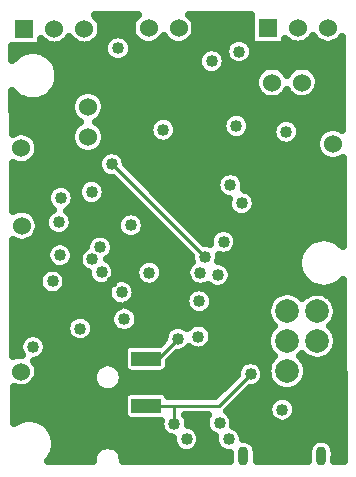
<source format=gbr>
G04 DipTrace 3.3.1.3*
G04 Bottom.gbr*
%MOIN*%
G04 #@! TF.FileFunction,Copper,L4,Bot*
G04 #@! TF.Part,Single*
%AMOUTLINE9*
4,1,4,
0.049213,0.023622,
0.049213,-0.023622,
-0.049213,-0.023622,
-0.049213,0.023622,
0.049213,0.023622,
0*%
%AMOUTLINE10*
4,1,4,
-0.049213,-0.023622,
-0.049213,0.023622,
0.049213,0.023622,
0.049213,-0.023622,
-0.049213,-0.023622,
0*%
G04 #@! TA.AperFunction,Conductor*
%ADD10C,0.009843*%
G04 #@! TA.AperFunction,ViaPad*
%ADD15C,0.04*%
G04 #@! TA.AperFunction,CopperBalancing*
%ADD18C,0.025*%
G04 #@! TA.AperFunction,ComponentPad*
%ADD19R,0.06X0.06*%
%ADD20C,0.06*%
%ADD30C,0.07874*%
%ADD36O,0.035433X0.062992*%
%ADD79OUTLINE9*%
%ADD80OUTLINE10*%
%FSLAX26Y26*%
G04*
G70*
G90*
G75*
G01*
G04 Bottom*
%LPD*%
X883945Y624562D2*
D10*
X977624D1*
X1126661D1*
X1231464Y729365D1*
X977624Y564742D2*
Y624562D1*
X883945Y506452D2*
X802176D1*
X782224Y526405D1*
X628040Y825350D2*
Y680588D1*
X782224Y526405D1*
X883945Y782043D2*
X924159D1*
X990044Y847927D1*
X768504Y1430125D2*
X769438Y1431058D1*
X1079697Y1120798D1*
D15*
X1141493Y1171112D3*
X734936Y1069873D3*
X596441Y1127317D3*
X592556Y1236440D3*
X990044Y847927D3*
X1122222Y1060276D3*
X990044Y847927D3*
X663662Y882224D3*
X894247Y1068376D3*
X730060Y1152759D3*
X571569Y1039275D3*
X940961Y1544386D3*
X801876Y1003163D3*
X1202535Y1299792D3*
X1184077Y1557368D3*
X1060445Y973170D3*
X810545Y913193D3*
X768504Y1430125D3*
X1079697Y1120798D3*
X789701Y1816054D3*
X702187Y1337144D3*
X1193529Y1805510D3*
X1159645Y514100D3*
X1018216D3*
X1337621Y611970D3*
X1128228Y568003D3*
X1064375Y1068170D3*
X599254Y1317634D3*
X768810Y1036218D3*
X915378Y1137951D3*
X1177705Y828397D3*
X1231464Y729365D3*
X782224Y526405D3*
X507035Y820890D3*
X832856Y1226338D3*
X704691Y1112682D3*
X996968Y1684810D3*
X682342Y1419672D3*
X1350764Y1537920D3*
X1101957Y1773277D3*
X1380666Y1204141D3*
X1164016Y1360335D3*
X977624Y564742D3*
X1057829Y855380D3*
X731787Y1905330D2*
D18*
X836880D1*
X1046025D2*
X1230780D1*
X736954Y1880461D2*
X832538D1*
X1050367D2*
X1230780D1*
X730567Y1855592D2*
X762743D1*
X816653D2*
X839786D1*
X1043118D2*
X1230780D1*
X536972Y1830724D2*
X551170D1*
X604757D2*
X651179D1*
X704766D2*
X743078D1*
X836318D2*
X868637D1*
X914258D2*
X968646D1*
X1014267D2*
X1151979D1*
X1348744D2*
X1371016D1*
X1408527D2*
X1471025D1*
X1508536D2*
X1534217D1*
X439726Y1805855D2*
X475957D1*
X535823D2*
X741858D1*
X837574D2*
X1066287D1*
X1242527D2*
X1534325D1*
X572928Y1780986D2*
X756678D1*
X822717D2*
X1053620D1*
X1235529D2*
X1534432D1*
X587999Y1756117D2*
X1056240D1*
X1147649D2*
X1283207D1*
X1322189D2*
X1383216D1*
X1422163D2*
X1534504D1*
X593705Y1731249D2*
X1079600D1*
X1124324D2*
X1251701D1*
X1453669D2*
X1534612D1*
X591910Y1706380D2*
X1243842D1*
X1461528D2*
X1534684D1*
X582150Y1681511D2*
X1247646D1*
X1457724D2*
X1534791D1*
X560045Y1656642D2*
X643500D1*
X734909D2*
X1266844D1*
X1338553D2*
X1366853D1*
X1438526D2*
X1534899D1*
X440443Y1631773D2*
X631407D1*
X747002D2*
X1534971D1*
X440515Y1606905D2*
X631802D1*
X746607D2*
X1535078D1*
X440623Y1582036D2*
X645079D1*
X733330D2*
X911196D1*
X970740D2*
X1142182D1*
X1225984D2*
X1333589D1*
X1367942D2*
X1535186D1*
X440730Y1557167D2*
X643966D1*
X734442D2*
X893756D1*
X988144D2*
X1135077D1*
X1233053D2*
X1305958D1*
X1395573D2*
X1535258D1*
X497320Y1532298D2*
X631514D1*
X746894D2*
X893577D1*
X988359D2*
X1142433D1*
X1225733D2*
X1302118D1*
X1399412D2*
X1459793D1*
X520250Y1507430D2*
X631694D1*
X746715D2*
X910263D1*
X971673D2*
X1313170D1*
X1388360D2*
X1448884D1*
X525632Y1482561D2*
X644612D1*
X733796D2*
X1450140D1*
X519460Y1457692D2*
X728581D1*
X808436D2*
X1464745D1*
X494413Y1432823D2*
X719610D1*
X817407D2*
X1535724D1*
X441304Y1407955D2*
X725136D1*
X839475D2*
X1535832D1*
X441412Y1383086D2*
X692589D1*
X711805D2*
X770494D1*
X864343D2*
X1120975D1*
X1207073D2*
X1535904D1*
X441520Y1358217D2*
X574064D1*
X624421D2*
X658248D1*
X746141D2*
X795362D1*
X889211D2*
X1115090D1*
X1212958D2*
X1536011D1*
X441627Y1333348D2*
X553000D1*
X751021D2*
X820229D1*
X914079D2*
X1123666D1*
X1237216D2*
X1536119D1*
X441699Y1308480D2*
X551170D1*
X647316D2*
X663093D1*
X741296D2*
X845097D1*
X938946D2*
X1154347D1*
X1250708D2*
X1536191D1*
X441807Y1283611D2*
X565057D1*
X633428D2*
X869965D1*
X963814D2*
X1156464D1*
X1248627D2*
X1536298D1*
X517020Y1258742D2*
X549268D1*
X635833D2*
X797012D1*
X868685D2*
X894833D1*
X988682D2*
X1178210D1*
X1226845D2*
X1536370D1*
X527427Y1233873D2*
X543634D1*
X641466D2*
X784489D1*
X881245D2*
X919700D1*
X1013550D2*
X1536478D1*
X525776Y1209004D2*
X552533D1*
X632603D2*
X787216D1*
X878482D2*
X944568D1*
X1038417D2*
X1112075D1*
X1170938D2*
X1536585D1*
X510561Y1184136D2*
X693271D1*
X766882D2*
X810864D1*
X854870D2*
X969436D1*
X1063285D2*
X1094349D1*
X1188629D2*
X1455236D1*
X1496048D2*
X1536657D1*
X442309Y1159267D2*
X560177D1*
X632711D2*
X681537D1*
X778580D2*
X994304D1*
X1188951D2*
X1410991D1*
X442417Y1134398D2*
X548012D1*
X644875D2*
X661083D1*
X775279D2*
X1019171D1*
X1172517D2*
X1394592D1*
X442489Y1109529D2*
X550990D1*
X641897D2*
X655808D1*
X761714D2*
X870108D1*
X918385D2*
X1032090D1*
X1127302D2*
X1388061D1*
X442596Y1084661D2*
X558993D1*
X617424D2*
X665102D1*
X781522D2*
X848219D1*
X940274D2*
X1018418D1*
X1164299D2*
X1389066D1*
X442704Y1059792D2*
X527343D1*
X615773D2*
X687063D1*
X782814D2*
X846066D1*
X942427D2*
X1016157D1*
X1171225D2*
X1397893D1*
X442812Y1034923D2*
X522785D1*
X620367D2*
X701776D1*
X838327D2*
X859451D1*
X929042D2*
X1029362D1*
X1163689D2*
X1418203D1*
X442919Y1010054D2*
X532905D1*
X610211D2*
X753413D1*
X850348D2*
X1029649D1*
X1091239D2*
X1537303D1*
X442991Y985186D2*
X756499D1*
X847262D2*
X1013035D1*
X1107853D2*
X1302908D1*
X1503225D2*
X1537411D1*
X443099Y960317D2*
X781331D1*
X822430D2*
X1013250D1*
X1107638D2*
X1288303D1*
X1518261D2*
X1537518D1*
X443206Y935448D2*
X767228D1*
X853865D2*
X1030762D1*
X1090126D2*
X1285360D1*
X1521526D2*
X1537590D1*
X443314Y910579D2*
X624338D1*
X703008D2*
X761631D1*
X859463D2*
X1292214D1*
X1514959D2*
X1537698D1*
X443386Y885710D2*
X614792D1*
X712517D2*
X770566D1*
X850528D2*
X960465D1*
X1095545D2*
X1302010D1*
X1504661D2*
X1537770D1*
X443493Y860842D2*
X480765D1*
X533312D2*
X619888D1*
X707457D2*
X942882D1*
X1106490D2*
X1287513D1*
X1519194D2*
X1537877D1*
X443601Y835973D2*
X460562D1*
X553514D2*
X656454D1*
X670887D2*
X931183D1*
X1102578D2*
X1284607D1*
X1522100D2*
X1537985D1*
X443709Y811104D2*
X459091D1*
X554986D2*
X806306D1*
X1020906D2*
X1041168D1*
X1074517D2*
X1291532D1*
X1515175D2*
X1538057D1*
X540524Y786235D2*
X805732D1*
X975261D2*
X1303769D1*
X1493214D2*
X1538164D1*
X520716Y761367D2*
X726643D1*
X785326D2*
X805732D1*
X962163D2*
X1195255D1*
X1267681D2*
X1288482D1*
X1418251D2*
X1538236D1*
X525453Y736498D2*
X706512D1*
X950537D2*
X1183019D1*
X1421625D2*
X1538344D1*
X518599Y711629D2*
X703929D1*
X808041D2*
X1166799D1*
X1276940D2*
X1291532D1*
X1415201D2*
X1538451D1*
X491363Y686760D2*
X715160D1*
X796809D2*
X1141931D1*
X1252574D2*
X1312417D1*
X1394317D2*
X1538523D1*
X444283Y661892D2*
X809572D1*
X958324D2*
X1117063D1*
X1210913D2*
X1538631D1*
X444391Y637023D2*
X805732D1*
X1186045D2*
X1295946D1*
X1379281D2*
X1538738D1*
X444498Y612154D2*
X805732D1*
X1161177D2*
X1288626D1*
X1386602D2*
X1538810D1*
X444570Y587285D2*
X809536D1*
X1020798D2*
X1083440D1*
X1173019D2*
X1295731D1*
X1379532D2*
X1538918D1*
X553694Y562417D2*
X928707D1*
X1026540D2*
X1079564D1*
X1176894D2*
X1538990D1*
X573035Y537548D2*
X937427D1*
X1060845D2*
X1090617D1*
X1202300D2*
X1539097D1*
X581325Y512679D2*
X969256D1*
X1067196D2*
X1110676D1*
X1223652D2*
X1451540D1*
X1483022D2*
X1539205D1*
X581863Y487810D2*
X730160D1*
X781810D2*
X977366D1*
X1059051D2*
X1118786D1*
X1250744D2*
X1424088D1*
X1510438D2*
X1539277D1*
X574830Y462941D2*
X707338D1*
X804668D2*
X1160806D1*
X1254225D2*
X1420572D1*
X1513990D2*
X1539384D1*
X712009Y1926769D2*
X717920Y1921666D1*
X723677Y1914926D1*
X728308Y1907368D1*
X731700Y1899179D1*
X733770Y1890559D1*
X734465Y1881722D1*
X733770Y1872885D1*
X731700Y1864266D1*
X728308Y1856077D1*
X723677Y1848519D1*
X717920Y1841778D1*
X711179Y1836021D1*
X703621Y1831390D1*
X695432Y1827998D1*
X686812Y1825928D1*
X677976Y1825233D1*
X669139Y1825928D1*
X660519Y1827998D1*
X652330Y1831390D1*
X644772Y1836021D1*
X638031Y1841778D1*
X632275Y1848519D1*
X627961Y1855457D1*
X623677Y1848519D1*
X617920Y1841778D1*
X611179Y1836021D1*
X603621Y1831390D1*
X595432Y1827998D1*
X586812Y1825928D1*
X577976Y1825233D1*
X569139Y1825928D1*
X560519Y1827998D1*
X552330Y1831390D1*
X544772Y1836021D1*
X538031Y1841778D1*
X534465Y1845666D1*
Y1825233D1*
X437183D1*
X437351Y1776061D1*
X445395Y1785318D1*
X450327Y1789877D1*
X455602Y1794036D1*
X461187Y1797767D1*
X467047Y1801049D1*
X473147Y1803862D1*
X479449Y1806186D1*
X485914Y1808010D1*
X492502Y1809320D1*
X499172Y1810110D1*
X505884Y1810373D1*
X512595Y1810110D1*
X519266Y1809320D1*
X525854Y1808010D1*
X532318Y1806186D1*
X538620Y1803862D1*
X544720Y1801049D1*
X550581Y1797767D1*
X556166Y1794036D1*
X561441Y1789877D1*
X566373Y1785318D1*
X570932Y1780385D1*
X575091Y1775110D1*
X578823Y1769526D1*
X582105Y1763665D1*
X584917Y1757565D1*
X587241Y1751263D1*
X589065Y1744799D1*
X590375Y1738211D1*
X591165Y1731540D1*
X591428Y1724829D1*
X591165Y1718117D1*
X590375Y1711446D1*
X589065Y1704859D1*
X587241Y1698394D1*
X584917Y1692092D1*
X582105Y1685992D1*
X578823Y1680132D1*
X575091Y1674547D1*
X570932Y1669272D1*
X566373Y1664339D1*
X561441Y1659780D1*
X556166Y1655622D1*
X550581Y1651890D1*
X544720Y1648608D1*
X538620Y1645796D1*
X532318Y1643471D1*
X525854Y1641648D1*
X519266Y1640337D1*
X512595Y1639548D1*
X505884Y1639284D1*
X499172Y1639548D1*
X492502Y1640337D1*
X485914Y1641648D1*
X479449Y1643471D1*
X473147Y1645796D1*
X467047Y1648608D1*
X461187Y1651890D1*
X455602Y1655622D1*
X450327Y1659780D1*
X445395Y1664339D1*
X437765Y1673166D1*
X438320Y1532171D1*
X445023Y1535526D1*
X453454Y1538265D1*
X462209Y1539652D1*
X471073D1*
X479828Y1538265D1*
X488259Y1535526D1*
X496157Y1531502D1*
X503328Y1526291D1*
X509596Y1520023D1*
X514806Y1512852D1*
X518830Y1504954D1*
X521570Y1496524D1*
X522956Y1487769D1*
Y1478904D1*
X521570Y1470149D1*
X518830Y1461719D1*
X514806Y1453821D1*
X509596Y1446649D1*
X503328Y1440382D1*
X496157Y1435171D1*
X488259Y1431147D1*
X479828Y1428408D1*
X471073Y1427021D1*
X462209D1*
X453454Y1428408D1*
X445023Y1431147D1*
X438713Y1434282D1*
X439355Y1273112D1*
X447522Y1277274D1*
X455952Y1280013D1*
X464708Y1281400D1*
X473572D1*
X482327Y1280013D1*
X490757Y1277274D1*
X498655Y1273250D1*
X505827Y1268039D1*
X512095Y1261772D1*
X517305Y1254600D1*
X521329Y1246702D1*
X524068Y1238272D1*
X525455Y1229517D1*
Y1220652D1*
X524068Y1211897D1*
X521329Y1203467D1*
X517305Y1195569D1*
X512095Y1188398D1*
X505827Y1182130D1*
X498655Y1176919D1*
X490757Y1172895D1*
X482327Y1170156D1*
X473572Y1168769D1*
X464708D1*
X455952Y1170156D1*
X447522Y1172895D1*
X439730Y1176860D1*
X441283Y789182D1*
X449048Y792367D1*
X457668Y794436D1*
X466504Y795132D1*
X468392Y795058D1*
X465612Y799784D1*
X462821Y806524D1*
X461118Y813618D1*
X460545Y820890D1*
X461118Y828163D1*
X462821Y835256D1*
X465612Y841996D1*
X469424Y848216D1*
X474162Y853763D1*
X479709Y858501D1*
X485929Y862313D1*
X492669Y865104D1*
X499762Y866807D1*
X507035Y867380D1*
X514307Y866807D1*
X521401Y865104D1*
X528140Y862313D1*
X534360Y858501D1*
X539908Y853763D1*
X544645Y848216D1*
X548457Y841996D1*
X551249Y835256D1*
X552952Y828163D1*
X553524Y820890D1*
X552952Y813618D1*
X551249Y806524D1*
X548457Y799784D1*
X544645Y793564D1*
X539908Y788017D1*
X534360Y783279D1*
X528140Y779468D1*
X521401Y776676D1*
X514307Y774973D1*
X510126Y774522D1*
X514670Y768158D1*
X518694Y760260D1*
X521433Y751829D1*
X522820Y743074D1*
Y734210D1*
X521433Y725455D1*
X518694Y717025D1*
X514670Y709127D1*
X509459Y701955D1*
X503191Y695687D1*
X496020Y690477D1*
X488122Y686453D1*
X479692Y683714D1*
X470937Y682327D1*
X462072D1*
X453317Y683714D1*
X444887Y686453D1*
X441693Y687925D1*
X442172Y566056D1*
X449783Y571303D1*
X455643Y574585D1*
X461743Y577397D1*
X468045Y579722D1*
X474510Y581545D1*
X481097Y582855D1*
X487768Y583645D1*
X494480Y583909D1*
X501191Y583645D1*
X507862Y582855D1*
X514450Y581545D1*
X520914Y579722D1*
X527216Y577397D1*
X533316Y574585D1*
X539176Y571303D1*
X544761Y567571D1*
X550036Y563413D1*
X554969Y558853D1*
X559528Y553921D1*
X563687Y548646D1*
X567418Y543061D1*
X570700Y537200D1*
X573512Y531101D1*
X575837Y524799D1*
X577661Y518334D1*
X578971Y511746D1*
X579760Y505076D1*
X580024Y498364D1*
X579760Y491652D1*
X578971Y484982D1*
X577661Y478394D1*
X575837Y471929D1*
X573512Y465628D1*
X570700Y459528D1*
X567418Y453667D1*
X563687Y448082D1*
X556625Y439667D1*
X705998Y439611D1*
X706036Y447392D1*
X707266Y455158D1*
X709696Y462637D1*
X713266Y469643D1*
X717888Y476005D1*
X723448Y481565D1*
X729809Y486187D1*
X736816Y489757D1*
X744294Y492187D1*
X752061Y493417D1*
X759924D1*
X767691Y492187D1*
X775170Y489757D1*
X782176Y486187D1*
X788537Y481565D1*
X794098Y476005D1*
X798720Y469643D1*
X802290Y462637D1*
X804720Y455158D1*
X805950Y447392D1*
X805952Y439574D1*
X1163457Y439602D1*
X1163292Y467754D1*
X1155997D1*
X1148792Y468895D1*
X1141854Y471150D1*
X1135354Y474461D1*
X1129452Y478749D1*
X1124294Y483908D1*
X1120006Y489810D1*
X1116694Y496310D1*
X1114440Y503248D1*
X1113299Y510453D1*
Y517748D1*
X1114187Y523680D1*
X1107122Y526581D1*
X1100902Y530392D1*
X1095355Y535130D1*
X1090617Y540677D1*
X1086805Y546897D1*
X1084013Y553637D1*
X1082310Y560731D1*
X1081738Y568003D1*
X1082310Y575276D1*
X1084013Y582369D1*
X1086805Y589109D1*
X1089167Y593159D1*
X1014451Y593151D1*
X1019046Y585848D1*
X1021838Y579108D1*
X1023541Y572015D1*
X1024113Y564742D1*
X1023868Y560231D1*
X1029069Y559305D1*
X1036007Y557051D1*
X1042506Y553739D1*
X1048408Y549451D1*
X1053567Y544293D1*
X1057855Y538391D1*
X1061166Y531891D1*
X1063421Y524953D1*
X1064562Y517748D1*
Y510453D1*
X1063421Y503248D1*
X1061166Y496310D1*
X1057855Y489810D1*
X1053567Y483908D1*
X1048408Y478749D1*
X1042506Y474461D1*
X1036007Y471150D1*
X1029069Y468895D1*
X1021863Y467754D1*
X1014568D1*
X1007363Y468895D1*
X1000425Y471150D1*
X993925Y474461D1*
X988023Y478749D1*
X982865Y483908D1*
X978577Y489810D1*
X975265Y496310D1*
X973011Y503248D1*
X971870Y510453D1*
Y517748D1*
X971972Y518612D1*
X966771Y519537D1*
X959833Y521791D1*
X953333Y525103D1*
X947431Y529391D1*
X942273Y534549D1*
X937985Y540451D1*
X934673Y546951D1*
X932419Y553889D1*
X931278Y561094D1*
Y568390D1*
X932194Y574462D1*
X832654Y574532D1*
X828549Y575183D1*
X824596Y576467D1*
X820892Y578354D1*
X817529Y580797D1*
X814590Y583737D1*
X812147Y587099D1*
X810260Y590803D1*
X808975Y594756D1*
X808325Y598862D1*
X808243Y648184D1*
X808569Y652328D1*
X809540Y656370D1*
X811130Y660210D1*
X813302Y663754D1*
X816002Y666915D1*
X819163Y669615D1*
X822707Y671787D1*
X826547Y673377D1*
X830589Y674348D1*
X834733Y674674D1*
X935236Y674592D1*
X939342Y673942D1*
X943295Y672657D1*
X946999Y670770D1*
X950362Y668327D1*
X953301Y665388D1*
X955744Y662025D1*
X957631Y658321D1*
X958353Y656362D1*
X975809Y655973D1*
X1113661D1*
X1185012Y727335D1*
X1185118Y733013D1*
X1186259Y740218D1*
X1188513Y747156D1*
X1191825Y753656D1*
X1196113Y759558D1*
X1201271Y764716D1*
X1207173Y769004D1*
X1213673Y772316D1*
X1220611Y774570D1*
X1227816Y775712D1*
X1235111D1*
X1242317Y774570D1*
X1249255Y772316D1*
X1255754Y769004D1*
X1261656Y764716D1*
X1266815Y759558D1*
X1271103Y753656D1*
X1274414Y747156D1*
X1276669Y740218D1*
X1277810Y733013D1*
Y725718D1*
X1276669Y718513D1*
X1274414Y711575D1*
X1271103Y705075D1*
X1266815Y699173D1*
X1261656Y694014D1*
X1255754Y689727D1*
X1249255Y686415D1*
X1242317Y684160D1*
X1235111Y683019D1*
X1229483Y682954D1*
X1153524Y607004D1*
X1158420Y603354D1*
X1163578Y598196D1*
X1167866Y592294D1*
X1171178Y585794D1*
X1173433Y578856D1*
X1174574Y571651D1*
Y564356D1*
X1173686Y558423D1*
X1180751Y555523D1*
X1186971Y551711D1*
X1192518Y546973D1*
X1197256Y541426D1*
X1201067Y535206D1*
X1203859Y528466D1*
X1205562Y521373D1*
X1206107Y514798D1*
X1210995Y514699D1*
X1217846Y513614D1*
X1224444Y511470D1*
X1230624Y508321D1*
X1236236Y504244D1*
X1241141Y499339D1*
X1245219Y493727D1*
X1248368Y487546D1*
X1250511Y480949D1*
X1251597Y474097D1*
X1251733Y443070D1*
X1251582Y439481D1*
X1423197Y439476D1*
X1423061Y470503D1*
X1423605Y477418D1*
X1425224Y484164D1*
X1427879Y490572D1*
X1431503Y496487D1*
X1436009Y501762D1*
X1441283Y506267D1*
X1447198Y509891D1*
X1453607Y512546D1*
X1460352Y514165D1*
X1467267Y514709D1*
X1474182Y514165D1*
X1480927Y512546D1*
X1487336Y509891D1*
X1493251Y506267D1*
X1498525Y501762D1*
X1503030Y496487D1*
X1506655Y490572D1*
X1509309Y484164D1*
X1510929Y477418D1*
X1511473Y470503D1*
X1511329Y439408D1*
X1541956Y439398D1*
X1539692Y1043800D1*
X1531198Y1035440D1*
X1525923Y1031282D1*
X1520338Y1027550D1*
X1514477Y1024268D1*
X1508377Y1021456D1*
X1502076Y1019131D1*
X1495611Y1017308D1*
X1489023Y1015997D1*
X1482353Y1015208D1*
X1475641Y1014944D1*
X1468929Y1015208D1*
X1462259Y1015997D1*
X1455671Y1017308D1*
X1449206Y1019131D1*
X1442904Y1021456D1*
X1436805Y1024268D1*
X1430944Y1027550D1*
X1425359Y1031282D1*
X1420084Y1035440D1*
X1415152Y1040000D1*
X1410592Y1044932D1*
X1406434Y1050207D1*
X1402702Y1055792D1*
X1399420Y1061652D1*
X1396608Y1067752D1*
X1394283Y1074054D1*
X1392460Y1080519D1*
X1391150Y1087107D1*
X1390360Y1093777D1*
X1390096Y1100489D1*
X1390360Y1107200D1*
X1391150Y1113871D1*
X1392460Y1120459D1*
X1394283Y1126923D1*
X1396608Y1133225D1*
X1399420Y1139325D1*
X1402702Y1145186D1*
X1406434Y1150771D1*
X1410592Y1156046D1*
X1415152Y1160978D1*
X1420084Y1165537D1*
X1425359Y1169696D1*
X1430944Y1173427D1*
X1436805Y1176710D1*
X1442904Y1179522D1*
X1449206Y1181846D1*
X1455671Y1183670D1*
X1462259Y1184980D1*
X1468929Y1185770D1*
X1475641Y1186033D1*
X1482353Y1185770D1*
X1489023Y1184980D1*
X1495611Y1183670D1*
X1502076Y1181846D1*
X1508377Y1179522D1*
X1514477Y1176710D1*
X1520338Y1173427D1*
X1525923Y1169696D1*
X1531198Y1165537D1*
X1539247Y1157606D1*
X1538162Y1450652D1*
X1532676Y1447461D1*
X1524487Y1444068D1*
X1515868Y1441999D1*
X1507031Y1441304D1*
X1498194Y1441999D1*
X1489574Y1444068D1*
X1481385Y1447461D1*
X1473827Y1452092D1*
X1467087Y1457849D1*
X1461330Y1464589D1*
X1456698Y1472147D1*
X1453306Y1480337D1*
X1451237Y1488956D1*
X1450541Y1497793D1*
X1451237Y1506630D1*
X1453306Y1515249D1*
X1456698Y1523439D1*
X1461330Y1530997D1*
X1467087Y1537737D1*
X1473827Y1543494D1*
X1481385Y1548126D1*
X1489574Y1551518D1*
X1498194Y1553587D1*
X1507031Y1554283D1*
X1515868Y1553587D1*
X1524487Y1551518D1*
X1532676Y1548126D1*
X1537800Y1545121D1*
X1536649Y1853341D1*
X1532719Y1848136D1*
X1526451Y1841868D1*
X1519280Y1836658D1*
X1511382Y1832634D1*
X1502952Y1829895D1*
X1494196Y1828508D1*
X1485332D1*
X1476577Y1829895D1*
X1468147Y1832634D1*
X1460249Y1836658D1*
X1453077Y1841868D1*
X1446809Y1848136D1*
X1441599Y1855308D1*
X1439779Y1858558D1*
X1435465Y1851620D1*
X1429708Y1844879D1*
X1422968Y1839122D1*
X1415410Y1834491D1*
X1407221Y1831099D1*
X1398601Y1829029D1*
X1389764Y1828334D1*
X1380927Y1829029D1*
X1372308Y1831099D1*
X1364119Y1834491D1*
X1356561Y1839122D1*
X1349820Y1844879D1*
X1346262Y1848830D1*
X1346254Y1828334D1*
X1234036D1*
X1236480Y1823300D1*
X1238734Y1816362D1*
X1239876Y1809157D1*
Y1801862D1*
X1238734Y1794657D1*
X1236480Y1787719D1*
X1233168Y1781219D1*
X1228880Y1775317D1*
X1223722Y1770159D1*
X1217820Y1765871D1*
X1211320Y1762559D1*
X1204382Y1760305D1*
X1197177Y1759164D1*
X1189882D1*
X1182677Y1760305D1*
X1175739Y1762559D1*
X1169239Y1765871D1*
X1163337Y1770159D1*
X1158179Y1775317D1*
X1153891Y1781219D1*
X1150579Y1787719D1*
X1148324Y1794657D1*
X1147183Y1801862D1*
Y1809157D1*
X1148324Y1816362D1*
X1150579Y1823300D1*
X1153891Y1829800D1*
X1158179Y1835702D1*
X1163337Y1840861D1*
X1169239Y1845149D1*
X1175739Y1848460D1*
X1182677Y1850715D1*
X1189882Y1851856D1*
X1197177D1*
X1204382Y1850715D1*
X1211320Y1848460D1*
X1217820Y1845149D1*
X1223722Y1840861D1*
X1228880Y1835702D1*
X1233275Y1829590D1*
Y1928917D1*
X1026072Y1928060D1*
X1031396Y1923376D1*
X1037153Y1916636D1*
X1041784Y1909078D1*
X1045177Y1900888D1*
X1047246Y1892269D1*
X1047941Y1883432D1*
X1047246Y1874595D1*
X1045177Y1865976D1*
X1041784Y1857787D1*
X1037153Y1850229D1*
X1031396Y1843488D1*
X1024656Y1837731D1*
X1017098Y1833100D1*
X1008908Y1829708D1*
X1000289Y1827638D1*
X991452Y1826943D1*
X982615Y1827638D1*
X973996Y1829708D1*
X965806Y1833100D1*
X958248Y1837731D1*
X951508Y1843488D1*
X945751Y1850229D1*
X941467Y1857167D1*
X937153Y1850229D1*
X931396Y1843488D1*
X924656Y1837731D1*
X917098Y1833100D1*
X908908Y1829708D1*
X900289Y1827638D1*
X891452Y1826943D1*
X882615Y1827638D1*
X873996Y1829708D1*
X865806Y1833100D1*
X858248Y1837731D1*
X851508Y1843488D1*
X845751Y1850229D1*
X841119Y1857787D1*
X837727Y1865976D1*
X835658Y1874595D1*
X834962Y1883432D1*
X835658Y1892269D1*
X837727Y1900888D1*
X841119Y1909078D1*
X845751Y1916636D1*
X851508Y1923376D1*
X856003Y1927363D1*
X712088Y1926776D1*
X808244Y634475D2*
Y607090D1*
X959648Y773118D2*
X959566Y756342D1*
X958916Y752237D1*
X957631Y748283D1*
X955744Y744580D1*
X953301Y741217D1*
X950362Y738278D1*
X946999Y735834D1*
X943295Y733947D1*
X939342Y732663D1*
X935236Y732013D1*
X834733Y731931D1*
X830589Y732257D1*
X826547Y733227D1*
X822707Y734818D1*
X819163Y736990D1*
X816002Y739689D1*
X813302Y742850D1*
X811130Y746394D1*
X809540Y750235D1*
X808569Y754277D1*
X808243Y758420D1*
X808325Y807743D1*
X808975Y811848D1*
X810260Y815802D1*
X812147Y819505D1*
X814590Y822868D1*
X817529Y825807D1*
X820892Y828251D1*
X824596Y830138D1*
X828549Y831422D1*
X832654Y832073D1*
X929852Y832154D1*
X943587Y845892D1*
X943698Y851575D1*
X944839Y858780D1*
X947093Y865718D1*
X950405Y872218D1*
X954693Y878120D1*
X959851Y883278D1*
X965753Y887566D1*
X972253Y890878D1*
X979191Y893132D1*
X986396Y894273D1*
X993691D1*
X1000897Y893132D1*
X1007835Y890878D1*
X1014335Y887566D1*
X1020477Y883055D1*
X1024956Y888253D1*
X1030503Y892991D1*
X1036723Y896802D1*
X1043463Y899594D1*
X1050556Y901297D1*
X1057829Y901869D1*
X1065101Y901297D1*
X1072195Y899594D1*
X1078934Y896802D1*
X1085154Y892991D1*
X1090702Y888253D1*
X1095439Y882706D1*
X1099251Y876486D1*
X1102043Y869746D1*
X1103746Y862652D1*
X1104318Y855380D1*
X1103746Y848107D1*
X1102043Y841014D1*
X1099251Y834274D1*
X1095439Y828054D1*
X1090702Y822507D1*
X1085154Y817769D1*
X1078934Y813957D1*
X1072195Y811166D1*
X1065101Y809463D1*
X1057829Y808890D1*
X1050556Y809463D1*
X1043463Y811166D1*
X1036723Y813957D1*
X1030503Y817769D1*
X1027395Y820252D1*
X1022917Y815054D1*
X1017370Y810316D1*
X1011150Y806505D1*
X1004410Y803713D1*
X997316Y802010D1*
X990044Y801438D1*
X988063Y801515D1*
X959654Y773116D1*
X959647Y764554D1*
X808244Y791956D2*
Y764570D1*
X805950Y715119D2*
X804720Y707352D1*
X802290Y699874D1*
X798720Y692867D1*
X794098Y686506D1*
X788537Y680945D1*
X782176Y676323D1*
X775170Y672753D1*
X767691Y670323D1*
X759924Y669093D1*
X752061D1*
X744294Y670323D1*
X736816Y672753D1*
X729809Y676323D1*
X723448Y680945D1*
X717888Y686506D1*
X713266Y692867D1*
X709696Y699874D1*
X707266Y707352D1*
X706036Y715119D1*
Y722982D1*
X707266Y730749D1*
X709696Y738227D1*
X713266Y745234D1*
X717888Y751595D1*
X723448Y757156D1*
X729809Y761778D1*
X736816Y765347D1*
X744294Y767777D1*
X752061Y769007D1*
X759924D1*
X767691Y767777D1*
X775170Y765347D1*
X782176Y761778D1*
X788537Y757156D1*
X794098Y751595D1*
X798720Y745234D1*
X802290Y738227D1*
X804720Y730749D1*
X805950Y722982D1*
Y715119D1*
X1459006Y1697809D2*
X1457620Y1689053D1*
X1454880Y1680623D1*
X1450856Y1672725D1*
X1445646Y1665554D1*
X1439378Y1659286D1*
X1432206Y1654075D1*
X1424308Y1650051D1*
X1415878Y1647312D1*
X1407123Y1645925D1*
X1398259D1*
X1389504Y1647312D1*
X1381073Y1650051D1*
X1373175Y1654075D1*
X1366004Y1659286D1*
X1359736Y1665554D1*
X1354526Y1672725D1*
X1352705Y1675975D1*
X1348392Y1669037D1*
X1342635Y1662297D1*
X1335895Y1656540D1*
X1328337Y1651908D1*
X1320147Y1648516D1*
X1311528Y1646447D1*
X1302691Y1645751D1*
X1293854Y1646447D1*
X1285235Y1648516D1*
X1277045Y1651908D1*
X1269487Y1656540D1*
X1262747Y1662297D1*
X1256990Y1669037D1*
X1252358Y1676595D1*
X1248966Y1684784D1*
X1246897Y1693404D1*
X1246201Y1702241D1*
X1246897Y1711078D1*
X1248966Y1719697D1*
X1252358Y1727886D1*
X1256990Y1735444D1*
X1262747Y1742185D1*
X1269487Y1747942D1*
X1277045Y1752573D1*
X1285235Y1755965D1*
X1293854Y1758035D1*
X1302691Y1758730D1*
X1311528Y1758035D1*
X1320147Y1755965D1*
X1328337Y1752573D1*
X1335895Y1747942D1*
X1342635Y1742185D1*
X1348392Y1735444D1*
X1352676Y1728506D1*
X1356990Y1735444D1*
X1362747Y1742185D1*
X1369487Y1747942D1*
X1377045Y1752573D1*
X1385235Y1755965D1*
X1393854Y1758035D1*
X1402691Y1758730D1*
X1411528Y1758035D1*
X1420147Y1755965D1*
X1428337Y1752573D1*
X1435895Y1747942D1*
X1442635Y1742185D1*
X1448392Y1735444D1*
X1453023Y1727886D1*
X1456416Y1719697D1*
X1458485Y1711078D1*
X1459180Y1702241D1*
X1459006Y1697809D1*
X745519Y1615803D2*
X744133Y1607048D1*
X741393Y1598618D1*
X737369Y1590720D1*
X732159Y1583548D1*
X725891Y1577280D1*
X718720Y1572070D1*
X715469Y1570250D1*
X722408Y1565936D1*
X729148Y1560180D1*
X734905Y1553439D1*
X739536Y1545881D1*
X742929Y1537692D1*
X744998Y1529072D1*
X745693Y1520235D1*
X744998Y1511399D1*
X742929Y1502779D1*
X739536Y1494590D1*
X734905Y1487032D1*
X729148Y1480291D1*
X722408Y1474534D1*
X714850Y1469903D1*
X706660Y1466511D1*
X698041Y1464441D1*
X689204Y1463746D1*
X680367Y1464441D1*
X671748Y1466511D1*
X663558Y1469903D1*
X656000Y1474534D1*
X649260Y1480291D1*
X643503Y1487032D1*
X638871Y1494590D1*
X635479Y1502779D1*
X633410Y1511399D1*
X632714Y1520235D1*
X633410Y1529072D1*
X635479Y1537692D1*
X638871Y1545881D1*
X643503Y1553439D1*
X649260Y1560180D1*
X656000Y1565936D1*
X662938Y1570221D1*
X656000Y1574534D1*
X649260Y1580291D1*
X643503Y1587032D1*
X638871Y1594590D1*
X635479Y1602779D1*
X633410Y1611399D1*
X632714Y1620235D1*
X633410Y1629072D1*
X635479Y1637692D1*
X638871Y1645881D1*
X643503Y1653439D1*
X649260Y1660180D1*
X656000Y1665936D1*
X663558Y1670568D1*
X671748Y1673960D1*
X680367Y1676029D1*
X689204Y1676725D1*
X698041Y1676029D1*
X706660Y1673960D1*
X714850Y1670568D1*
X722408Y1665936D1*
X729148Y1660180D1*
X734905Y1653439D1*
X739536Y1645881D1*
X742929Y1637692D1*
X744998Y1629072D1*
X745693Y1620235D1*
X745519Y1615803D1*
X1518951Y934310D2*
X1517334Y924102D1*
X1514141Y914274D1*
X1509449Y905065D1*
X1503375Y896705D1*
X1497239Y890480D1*
X1504004Y883629D1*
X1510079Y875268D1*
X1514771Y866060D1*
X1517964Y856231D1*
X1519581Y846023D1*
Y835689D1*
X1517964Y825482D1*
X1514771Y815653D1*
X1510079Y806445D1*
X1504004Y798084D1*
X1496697Y790776D1*
X1488336Y784702D1*
X1479128Y780010D1*
X1469299Y776816D1*
X1459092Y775200D1*
X1448757D1*
X1438550Y776816D1*
X1428721Y780010D1*
X1419513Y784702D1*
X1411152Y790776D1*
X1403844Y798084D1*
X1403357Y798702D1*
X1399352Y794324D1*
X1395539Y790802D1*
X1399943Y786795D1*
X1406655Y778936D1*
X1412055Y770125D1*
X1416009Y760577D1*
X1418422Y750528D1*
X1419233Y740225D1*
X1418422Y729922D1*
X1416009Y719873D1*
X1412055Y710325D1*
X1406655Y701514D1*
X1399943Y693655D1*
X1392085Y686943D1*
X1383273Y681544D1*
X1373725Y677589D1*
X1363676Y675176D1*
X1353373Y674365D1*
X1343071Y675176D1*
X1333021Y677589D1*
X1323474Y681544D1*
X1314662Y686943D1*
X1306803Y693655D1*
X1300092Y701514D1*
X1294692Y710325D1*
X1290737Y719873D1*
X1288324Y729922D1*
X1287514Y740225D1*
X1288324Y750528D1*
X1290737Y760577D1*
X1294692Y770125D1*
X1300092Y778936D1*
X1306803Y786795D1*
X1310617Y790317D1*
X1306213Y794324D1*
X1299501Y802183D1*
X1294101Y810995D1*
X1290146Y820542D1*
X1287734Y830592D1*
X1286923Y840894D1*
X1287734Y851197D1*
X1290146Y861246D1*
X1294101Y870794D1*
X1299501Y879606D1*
X1306213Y887464D1*
X1309906Y890878D1*
X1303451Y897453D1*
X1297376Y905813D1*
X1292684Y915022D1*
X1289491Y924850D1*
X1287874Y935058D1*
Y945392D1*
X1289491Y955600D1*
X1292684Y965428D1*
X1297376Y974636D1*
X1303451Y982997D1*
X1310758Y990305D1*
X1319119Y996379D1*
X1328327Y1001071D1*
X1338156Y1004265D1*
X1348363Y1005881D1*
X1358698D1*
X1368905Y1004265D1*
X1378734Y1001071D1*
X1387942Y996379D1*
X1396303Y990305D1*
X1403723Y982855D1*
X1410522Y989557D1*
X1418883Y995631D1*
X1428091Y1000323D1*
X1437920Y1003517D1*
X1448127Y1005133D1*
X1458462D1*
X1468669Y1003517D1*
X1478498Y1000323D1*
X1487706Y995631D1*
X1496067Y989557D1*
X1503375Y982249D1*
X1509449Y973888D1*
X1514141Y964680D1*
X1517334Y954852D1*
X1518951Y944644D1*
Y934310D1*
X879202Y1222690D2*
X878061Y1215485D1*
X875807Y1208547D1*
X872495Y1202047D1*
X868207Y1196145D1*
X863049Y1190987D1*
X857147Y1186699D1*
X850647Y1183387D1*
X843709Y1181133D1*
X836504Y1179992D1*
X829209D1*
X822003Y1181133D1*
X815065Y1183387D1*
X808565Y1186699D1*
X802664Y1190987D1*
X797505Y1196145D1*
X793217Y1202047D1*
X789905Y1208547D1*
X787651Y1215485D1*
X786510Y1222690D1*
Y1229985D1*
X787651Y1237191D1*
X789905Y1244129D1*
X793217Y1250628D1*
X797505Y1256530D1*
X802664Y1261689D1*
X808565Y1265977D1*
X815065Y1269288D1*
X822003Y1271543D1*
X829209Y1272684D1*
X836504D1*
X843709Y1271543D1*
X850647Y1269288D1*
X857147Y1265977D1*
X863049Y1261689D1*
X868207Y1256530D1*
X872495Y1250628D1*
X875807Y1244129D1*
X878061Y1237191D1*
X879202Y1229985D1*
Y1222690D1*
X688465Y1069153D2*
X683585Y1071259D1*
X677365Y1075071D1*
X671818Y1079809D1*
X667080Y1085356D1*
X663268Y1091576D1*
X660477Y1098316D1*
X658774Y1105409D1*
X658201Y1112682D1*
X658774Y1119954D1*
X660477Y1127048D1*
X663268Y1133787D1*
X667080Y1140007D1*
X671818Y1145555D1*
X677365Y1150292D1*
X683598Y1154110D1*
X684142Y1160032D1*
X685845Y1167125D1*
X688637Y1173865D1*
X692449Y1180085D1*
X697187Y1185632D1*
X702734Y1190370D1*
X708954Y1194182D1*
X715694Y1196973D1*
X722787Y1198676D1*
X730060Y1199249D1*
X737332Y1198676D1*
X744426Y1196973D1*
X751165Y1194182D1*
X757385Y1190370D1*
X762933Y1185632D1*
X767670Y1180085D1*
X771482Y1173865D1*
X774274Y1167125D1*
X775977Y1160032D1*
X776549Y1152759D1*
X775977Y1145486D1*
X774274Y1138393D1*
X771482Y1131653D1*
X767670Y1125433D1*
X762933Y1119886D1*
X757385Y1115148D1*
X753343Y1112556D1*
X759227Y1109512D1*
X765129Y1105224D1*
X770287Y1100066D1*
X774575Y1094164D1*
X777887Y1087664D1*
X780141Y1080726D1*
X781282Y1073521D1*
Y1066226D1*
X780141Y1059020D1*
X777887Y1052082D1*
X774575Y1045583D1*
X770287Y1039681D1*
X765129Y1034522D1*
X759227Y1030234D1*
X752727Y1026923D1*
X745789Y1024668D1*
X738584Y1023527D1*
X731289D1*
X724083Y1024668D1*
X717145Y1026923D1*
X710646Y1030234D1*
X704744Y1034522D1*
X699585Y1039681D1*
X695297Y1045583D1*
X691986Y1052082D1*
X689731Y1059020D1*
X688590Y1066226D1*
X688476Y1069118D1*
X1397110Y1534273D2*
X1395969Y1527068D1*
X1393715Y1520130D1*
X1390403Y1513630D1*
X1386115Y1507728D1*
X1380957Y1502570D1*
X1375055Y1498282D1*
X1368555Y1494970D1*
X1361617Y1492715D1*
X1354412Y1491574D1*
X1347117D1*
X1339912Y1492715D1*
X1332974Y1494970D1*
X1326474Y1498282D1*
X1320572Y1502570D1*
X1315413Y1507728D1*
X1311125Y1513630D1*
X1307814Y1520130D1*
X1305559Y1527068D1*
X1304418Y1534273D1*
Y1541568D1*
X1305559Y1548773D1*
X1307814Y1555711D1*
X1311125Y1562211D1*
X1315413Y1568113D1*
X1320572Y1573271D1*
X1326474Y1577559D1*
X1332974Y1580871D1*
X1339912Y1583125D1*
X1347117Y1584267D1*
X1354412D1*
X1361617Y1583125D1*
X1368555Y1580871D1*
X1375055Y1577559D1*
X1380957Y1573271D1*
X1386115Y1568113D1*
X1390403Y1562211D1*
X1393715Y1555711D1*
X1395969Y1548773D1*
X1397110Y1541568D1*
Y1534273D1*
X1148303Y1769630D2*
X1147162Y1762425D1*
X1144908Y1755487D1*
X1141596Y1748987D1*
X1137308Y1743085D1*
X1132150Y1737927D1*
X1126248Y1733639D1*
X1119748Y1730327D1*
X1112810Y1728072D1*
X1105605Y1726931D1*
X1098310D1*
X1091104Y1728072D1*
X1084166Y1730327D1*
X1077667Y1733639D1*
X1071765Y1737927D1*
X1066606Y1743085D1*
X1062318Y1748987D1*
X1059007Y1755487D1*
X1056752Y1762425D1*
X1055611Y1769630D1*
Y1776925D1*
X1056752Y1784130D1*
X1059007Y1791068D1*
X1062318Y1797568D1*
X1066606Y1803470D1*
X1071765Y1808628D1*
X1077667Y1812916D1*
X1084166Y1816228D1*
X1091104Y1818482D1*
X1098310Y1819624D1*
X1105605D1*
X1112810Y1818482D1*
X1119748Y1816228D1*
X1126248Y1812916D1*
X1132150Y1808628D1*
X1137308Y1803470D1*
X1141596Y1797568D1*
X1144908Y1791068D1*
X1147162Y1784130D1*
X1148303Y1776925D1*
Y1769630D1*
X1210362Y1356688D2*
X1209221Y1349482D1*
X1208216Y1345929D1*
X1213387Y1344997D1*
X1220325Y1342743D1*
X1226825Y1339431D1*
X1232727Y1335143D1*
X1237886Y1329984D1*
X1242173Y1324083D1*
X1245485Y1317583D1*
X1247740Y1310645D1*
X1248881Y1303439D1*
Y1296144D1*
X1247740Y1288939D1*
X1245485Y1282001D1*
X1242173Y1275501D1*
X1237886Y1269599D1*
X1232727Y1264441D1*
X1226825Y1260153D1*
X1220325Y1256841D1*
X1213387Y1254587D1*
X1206182Y1253446D1*
X1198887D1*
X1191682Y1254587D1*
X1184744Y1256841D1*
X1178244Y1260153D1*
X1172342Y1264441D1*
X1167184Y1269599D1*
X1162896Y1275501D1*
X1159584Y1282001D1*
X1157330Y1288939D1*
X1156188Y1296144D1*
Y1303439D1*
X1157330Y1310645D1*
X1158335Y1314198D1*
X1153164Y1315130D1*
X1146226Y1317384D1*
X1139726Y1320696D1*
X1133824Y1324984D1*
X1128665Y1330143D1*
X1124377Y1336044D1*
X1121066Y1342544D1*
X1118811Y1349482D1*
X1117670Y1356688D1*
Y1363983D1*
X1118811Y1371188D1*
X1121066Y1378126D1*
X1124377Y1384626D1*
X1128665Y1390528D1*
X1133824Y1395686D1*
X1139726Y1399974D1*
X1146226Y1403286D1*
X1153164Y1405540D1*
X1160369Y1406681D1*
X1167664D1*
X1174869Y1405540D1*
X1181807Y1403286D1*
X1188307Y1399974D1*
X1194209Y1395686D1*
X1199367Y1390528D1*
X1203655Y1384626D1*
X1206967Y1378126D1*
X1209221Y1371188D1*
X1210362Y1363983D1*
Y1356688D1*
X1187839Y1167465D2*
X1186698Y1160259D1*
X1184443Y1153321D1*
X1181131Y1146821D1*
X1176844Y1140920D1*
X1171685Y1135761D1*
X1165783Y1131473D1*
X1159283Y1128161D1*
X1152345Y1125907D1*
X1145140Y1124766D1*
X1137845D1*
X1130640Y1125907D1*
X1125722Y1127416D1*
X1126187Y1120798D1*
X1125615Y1113526D1*
X1123993Y1106721D1*
X1129495Y1106193D1*
X1136588Y1104490D1*
X1143328Y1101699D1*
X1149548Y1097887D1*
X1155095Y1093149D1*
X1159833Y1087602D1*
X1163645Y1081382D1*
X1166436Y1074642D1*
X1168139Y1067549D1*
X1168712Y1060276D1*
X1168139Y1053004D1*
X1166436Y1045910D1*
X1163645Y1039170D1*
X1159833Y1032950D1*
X1155095Y1027403D1*
X1149548Y1022665D1*
X1143328Y1018854D1*
X1136588Y1016062D1*
X1129495Y1014359D1*
X1122222Y1013787D1*
X1114950Y1014359D1*
X1107856Y1016062D1*
X1101117Y1018854D1*
X1094896Y1022665D1*
X1089349Y1027403D1*
X1088430Y1028398D1*
X1082165Y1025219D1*
X1075227Y1022965D1*
X1068022Y1021824D1*
X1060727D1*
X1053522Y1022965D1*
X1046584Y1025219D1*
X1040084Y1028531D1*
X1034182Y1032819D1*
X1029024Y1037977D1*
X1024736Y1043879D1*
X1021424Y1050379D1*
X1019170Y1057317D1*
X1018028Y1064522D1*
Y1071817D1*
X1019170Y1079023D1*
X1021424Y1085961D1*
X1024736Y1092461D1*
X1029024Y1098362D1*
X1034182Y1103521D1*
X1035985Y1104942D1*
X1034492Y1109946D1*
X1033351Y1117151D1*
X1033286Y1122779D1*
X772152Y1383779D1*
X764857D1*
X757652Y1384920D1*
X750714Y1387174D1*
X744214Y1390486D1*
X738312Y1394774D1*
X733154Y1399933D1*
X728866Y1405834D1*
X725554Y1412334D1*
X723299Y1419272D1*
X722158Y1426478D1*
Y1433773D1*
X723299Y1440978D1*
X725554Y1447916D1*
X728866Y1454416D1*
X733154Y1460318D1*
X738312Y1465476D1*
X744214Y1469764D1*
X750714Y1473076D1*
X757652Y1475330D1*
X764857Y1476471D1*
X772152D1*
X779357Y1475330D1*
X786295Y1473076D1*
X792795Y1469764D1*
X798697Y1465476D1*
X803855Y1460318D1*
X808143Y1454416D1*
X811455Y1447916D1*
X813709Y1440978D1*
X814851Y1433773D1*
X814987Y1429940D1*
X1077689Y1167229D1*
X1083345Y1167145D1*
X1090550Y1166003D1*
X1095468Y1164494D1*
X1095003Y1171112D1*
X1095576Y1178385D1*
X1097279Y1185478D1*
X1100070Y1192218D1*
X1103882Y1198438D1*
X1108620Y1203985D1*
X1114167Y1208723D1*
X1120387Y1212535D1*
X1127127Y1215326D1*
X1134220Y1217029D1*
X1141493Y1217602D1*
X1148765Y1217029D1*
X1155859Y1215326D1*
X1162598Y1212535D1*
X1168818Y1208723D1*
X1174366Y1203985D1*
X1179103Y1198438D1*
X1182915Y1192218D1*
X1185707Y1185478D1*
X1187410Y1178385D1*
X1187982Y1171112D1*
X1187839Y1167465D1*
X642788Y1123669D2*
X641646Y1116464D1*
X639392Y1109526D1*
X636080Y1103026D1*
X631792Y1097124D1*
X626634Y1091966D1*
X620732Y1087678D1*
X614232Y1084366D1*
X607294Y1082112D1*
X600089Y1080971D1*
X592794D1*
X591930Y1081073D1*
X598895Y1076886D1*
X604442Y1072148D1*
X609180Y1066601D1*
X612991Y1060381D1*
X615783Y1053641D1*
X617486Y1046547D1*
X618058Y1039275D1*
X617486Y1032002D1*
X615783Y1024909D1*
X612991Y1018169D1*
X609180Y1011949D1*
X604442Y1006402D1*
X598895Y1001664D1*
X592675Y997852D1*
X585935Y995061D1*
X578841Y993358D1*
X571569Y992785D1*
X564296Y993358D1*
X557203Y995061D1*
X550463Y997852D1*
X544243Y1001664D1*
X538696Y1006402D1*
X533958Y1011949D1*
X530146Y1018169D1*
X527355Y1024909D1*
X525652Y1032002D1*
X525079Y1039275D1*
X525652Y1046547D1*
X527355Y1053641D1*
X530146Y1060381D1*
X533958Y1066601D1*
X538696Y1072148D1*
X544243Y1076886D1*
X550463Y1080697D1*
X557203Y1083489D1*
X564296Y1085192D1*
X571569Y1085764D1*
X576080Y1085519D1*
X569116Y1089706D1*
X563568Y1094444D1*
X558831Y1099991D1*
X555019Y1106211D1*
X552227Y1112951D1*
X550524Y1120044D1*
X549952Y1127317D1*
X550524Y1134589D1*
X552227Y1141683D1*
X555019Y1148423D1*
X558831Y1154643D1*
X563568Y1160190D1*
X569116Y1164928D1*
X575336Y1168739D1*
X582075Y1171531D1*
X589169Y1173234D1*
X596441Y1173806D1*
X603714Y1173234D1*
X610808Y1171531D1*
X617547Y1168739D1*
X623767Y1164928D1*
X629315Y1160190D1*
X634052Y1154643D1*
X637864Y1148423D1*
X640656Y1141683D1*
X642359Y1134589D1*
X642931Y1127317D1*
X642788Y1123669D1*
X638902Y1232793D2*
X637761Y1225587D1*
X635506Y1218649D1*
X632194Y1212149D1*
X627907Y1206248D1*
X622748Y1201089D1*
X616846Y1196801D1*
X610346Y1193489D1*
X603408Y1191235D1*
X596203Y1190094D1*
X588908D1*
X581703Y1191235D1*
X574765Y1193489D1*
X568265Y1196801D1*
X562363Y1201089D1*
X557205Y1206248D1*
X552917Y1212149D1*
X549605Y1218649D1*
X547351Y1225587D1*
X546209Y1232793D1*
Y1240088D1*
X547351Y1247293D1*
X549605Y1254231D1*
X552917Y1260731D1*
X557205Y1266633D1*
X562363Y1271791D1*
X568265Y1276079D1*
X573612Y1278860D1*
X569061Y1282283D1*
X563903Y1287442D1*
X559615Y1293344D1*
X556303Y1299844D1*
X554049Y1306782D1*
X552908Y1313987D1*
Y1321282D1*
X554049Y1328487D1*
X556303Y1335425D1*
X559615Y1341925D1*
X563903Y1347827D1*
X569061Y1352985D1*
X574963Y1357273D1*
X581463Y1360585D1*
X588401Y1362839D1*
X595606Y1363981D1*
X602901D1*
X610107Y1362839D1*
X617045Y1360585D1*
X623545Y1357273D1*
X629446Y1352985D1*
X634605Y1347827D1*
X638893Y1341925D1*
X642205Y1335425D1*
X644459Y1328487D1*
X645600Y1321282D1*
Y1313987D1*
X644459Y1306782D1*
X642205Y1299844D1*
X638893Y1293344D1*
X634605Y1287442D1*
X629446Y1282283D1*
X623545Y1277996D1*
X618197Y1275215D1*
X622748Y1271791D1*
X627907Y1266633D1*
X632194Y1260731D1*
X635506Y1254231D1*
X637761Y1247293D1*
X638902Y1240088D1*
Y1232793D1*
X1027381Y820254D2*
X1022917Y815054D1*
X1017370Y810316D1*
X1011150Y806505D1*
X1004410Y803713D1*
X997316Y802010D1*
X990044Y801438D1*
X988063Y801515D1*
X943632Y845947D2*
X943698Y851575D1*
X944839Y858780D1*
X947093Y865718D1*
X950405Y872218D1*
X954693Y878120D1*
X959851Y883278D1*
X965753Y887566D1*
X972253Y890878D1*
X979191Y893132D1*
X986396Y894273D1*
X993691D1*
X1000897Y893132D1*
X1007835Y890878D1*
X1014335Y887566D1*
X1020477Y883055D1*
X710008Y878576D2*
X708867Y871371D1*
X706613Y864433D1*
X703301Y857933D1*
X699013Y852031D1*
X693854Y846873D1*
X687953Y842585D1*
X681453Y839273D1*
X674515Y837019D1*
X667309Y835877D1*
X660014D1*
X652809Y837019D1*
X645871Y839273D1*
X639371Y842585D1*
X633469Y846873D1*
X628311Y852031D1*
X624023Y857933D1*
X620711Y864433D1*
X618457Y871371D1*
X617316Y878576D1*
Y885871D1*
X618457Y893076D1*
X620711Y900014D1*
X624023Y906514D1*
X628311Y912416D1*
X633469Y917575D1*
X639371Y921862D1*
X645871Y925174D1*
X652809Y927429D1*
X660014Y928570D1*
X667309D1*
X674515Y927429D1*
X681453Y925174D1*
X687953Y921862D1*
X693854Y917575D1*
X699013Y912416D1*
X703301Y906514D1*
X706613Y900014D1*
X708867Y893076D1*
X710008Y885871D1*
Y878576D1*
X940593Y1064728D2*
X939452Y1057523D1*
X937198Y1050585D1*
X933886Y1044085D1*
X929598Y1038183D1*
X924440Y1033025D1*
X918538Y1028737D1*
X912038Y1025425D1*
X905100Y1023171D1*
X897895Y1022030D1*
X890600D1*
X883394Y1023171D1*
X876456Y1025425D1*
X869957Y1028737D1*
X864055Y1033025D1*
X858896Y1038183D1*
X854608Y1044085D1*
X851297Y1050585D1*
X849042Y1057523D1*
X847901Y1064728D1*
Y1072023D1*
X849042Y1079229D1*
X851297Y1086167D1*
X854608Y1092667D1*
X858896Y1098568D1*
X864055Y1103727D1*
X869957Y1108015D1*
X876456Y1111327D1*
X883394Y1113581D1*
X890600Y1114722D1*
X897895D1*
X905100Y1113581D1*
X912038Y1111327D1*
X918538Y1108015D1*
X924440Y1103727D1*
X929598Y1098568D1*
X933886Y1092667D1*
X937198Y1086167D1*
X939452Y1079229D1*
X940593Y1072023D1*
Y1064728D1*
X987307Y1540739D2*
X986166Y1533534D1*
X983912Y1526596D1*
X980600Y1520096D1*
X976312Y1514194D1*
X971154Y1509035D1*
X965252Y1504748D1*
X958752Y1501436D1*
X951814Y1499181D1*
X944609Y1498040D1*
X937314D1*
X930108Y1499181D1*
X923170Y1501436D1*
X916670Y1504748D1*
X910769Y1509035D1*
X905610Y1514194D1*
X901322Y1520096D1*
X898010Y1526596D1*
X895756Y1533534D1*
X894615Y1540739D1*
Y1548034D1*
X895756Y1555239D1*
X898010Y1562177D1*
X901322Y1568677D1*
X905610Y1574579D1*
X910769Y1579737D1*
X916670Y1584025D1*
X923170Y1587337D1*
X930108Y1589591D1*
X937314Y1590733D1*
X944609D1*
X951814Y1589591D1*
X958752Y1587337D1*
X965252Y1584025D1*
X971154Y1579737D1*
X976312Y1574579D1*
X980600Y1568677D1*
X983912Y1562177D1*
X986166Y1555239D1*
X987307Y1548034D1*
Y1540739D1*
X848222Y999516D2*
X847081Y992310D1*
X844827Y985372D1*
X841515Y978873D1*
X837227Y972971D1*
X832068Y967812D1*
X826167Y963524D1*
X819667Y960213D1*
X817004Y959230D1*
X824911Y957408D1*
X831651Y954616D1*
X837871Y950804D1*
X843418Y946066D1*
X848156Y940519D1*
X851968Y934299D1*
X854759Y927559D1*
X856462Y920466D1*
X857035Y913193D1*
X856462Y905921D1*
X854759Y898827D1*
X851968Y892088D1*
X848156Y885868D1*
X843418Y880320D1*
X837871Y875583D1*
X831651Y871771D1*
X824911Y868979D1*
X817818Y867276D1*
X810545Y866704D1*
X803273Y867276D1*
X796179Y868979D1*
X789439Y871771D1*
X783219Y875583D1*
X777672Y880320D1*
X772934Y885868D1*
X769123Y892088D1*
X766331Y898827D1*
X764628Y905921D1*
X764056Y913193D1*
X764628Y920466D1*
X766331Y927559D1*
X769123Y934299D1*
X772934Y940519D1*
X777672Y946066D1*
X783219Y950804D1*
X789439Y954616D1*
X795417Y957126D1*
X787510Y958949D1*
X780770Y961741D1*
X774550Y965552D1*
X769003Y970290D1*
X764265Y975837D1*
X760453Y982057D1*
X757662Y988797D1*
X755959Y995891D1*
X755386Y1003163D1*
X755959Y1010436D1*
X757662Y1017529D1*
X760453Y1024269D1*
X764265Y1030489D1*
X769003Y1036036D1*
X774550Y1040774D1*
X780770Y1044586D1*
X787510Y1047377D1*
X794603Y1049080D1*
X801876Y1049653D1*
X809148Y1049080D1*
X816242Y1047377D1*
X822982Y1044586D1*
X829202Y1040774D1*
X834749Y1036036D1*
X839487Y1030489D1*
X843298Y1024269D1*
X846090Y1017529D1*
X847793Y1010436D1*
X848365Y1003163D1*
X848222Y999516D1*
X1230423Y1553720D2*
X1229282Y1546515D1*
X1227027Y1539577D1*
X1223715Y1533077D1*
X1219428Y1527175D1*
X1214269Y1522017D1*
X1208367Y1517729D1*
X1201867Y1514417D1*
X1194929Y1512163D1*
X1187724Y1511022D1*
X1180429D1*
X1173224Y1512163D1*
X1166286Y1514417D1*
X1159786Y1517729D1*
X1153884Y1522017D1*
X1148726Y1527175D1*
X1144438Y1533077D1*
X1141126Y1539577D1*
X1138872Y1546515D1*
X1137730Y1553720D1*
Y1561016D1*
X1138872Y1568221D1*
X1141126Y1575159D1*
X1144438Y1581659D1*
X1148726Y1587560D1*
X1153884Y1592719D1*
X1159786Y1597007D1*
X1166286Y1600319D1*
X1173224Y1602573D1*
X1180429Y1603714D1*
X1187724D1*
X1194929Y1602573D1*
X1201867Y1600319D1*
X1208367Y1597007D1*
X1214269Y1592719D1*
X1219428Y1587560D1*
X1223715Y1581659D1*
X1227027Y1575159D1*
X1229282Y1568221D1*
X1230423Y1561016D1*
Y1553720D1*
X1106792Y969522D2*
X1105650Y962317D1*
X1103396Y955379D1*
X1100084Y948879D1*
X1095796Y942977D1*
X1090638Y937819D1*
X1084736Y933531D1*
X1078236Y930219D1*
X1071298Y927965D1*
X1064093Y926824D1*
X1056798D1*
X1049593Y927965D1*
X1042655Y930219D1*
X1036155Y933531D1*
X1030253Y937819D1*
X1025095Y942977D1*
X1020807Y948879D1*
X1017495Y955379D1*
X1015240Y962317D1*
X1014099Y969522D1*
Y976817D1*
X1015240Y984023D1*
X1017495Y990961D1*
X1020807Y997461D1*
X1025095Y1003362D1*
X1030253Y1008521D1*
X1036155Y1012809D1*
X1042655Y1016121D1*
X1049593Y1018375D1*
X1056798Y1019516D1*
X1064093D1*
X1071298Y1018375D1*
X1078236Y1016121D1*
X1084736Y1012809D1*
X1090638Y1008521D1*
X1095796Y1003362D1*
X1100084Y997461D1*
X1103396Y990961D1*
X1105650Y984023D1*
X1106792Y976817D1*
Y969522D1*
X836048Y1812407D2*
X834906Y1805202D1*
X832652Y1798264D1*
X829340Y1791764D1*
X825052Y1785862D1*
X819894Y1780703D1*
X813992Y1776416D1*
X807492Y1773104D1*
X800554Y1770849D1*
X793349Y1769708D1*
X786054D1*
X778849Y1770849D1*
X771911Y1773104D1*
X765411Y1776416D1*
X759509Y1780703D1*
X754350Y1785862D1*
X750062Y1791764D1*
X746751Y1798264D1*
X744496Y1805202D1*
X743355Y1812407D1*
Y1819702D1*
X744496Y1826907D1*
X746751Y1833845D1*
X750062Y1840345D1*
X754350Y1846247D1*
X759509Y1851405D1*
X765411Y1855693D1*
X771911Y1859005D1*
X778849Y1861259D1*
X786054Y1862401D1*
X793349D1*
X800554Y1861259D1*
X807492Y1859005D1*
X813992Y1855693D1*
X819894Y1851405D1*
X825052Y1846247D1*
X829340Y1840345D1*
X832652Y1833845D1*
X834906Y1826907D1*
X836048Y1819702D1*
Y1812407D1*
X748533Y1333496D2*
X747392Y1326291D1*
X745138Y1319353D1*
X741826Y1312853D1*
X737538Y1306951D1*
X732379Y1301793D1*
X726478Y1297505D1*
X719978Y1294193D1*
X713040Y1291939D1*
X705834Y1290797D1*
X698539D1*
X691334Y1291939D1*
X684396Y1294193D1*
X677896Y1297505D1*
X671994Y1301793D1*
X666836Y1306951D1*
X662548Y1312853D1*
X659236Y1319353D1*
X656982Y1326291D1*
X655841Y1333496D1*
Y1340791D1*
X656982Y1347996D1*
X659236Y1354934D1*
X662548Y1361434D1*
X666836Y1367336D1*
X671994Y1372494D1*
X677896Y1376782D1*
X684396Y1380094D1*
X691334Y1382349D1*
X698539Y1383490D1*
X705834D1*
X713040Y1382349D1*
X719978Y1380094D1*
X726478Y1376782D1*
X732379Y1372494D1*
X737538Y1367336D1*
X741826Y1361434D1*
X745138Y1354934D1*
X747392Y1347996D1*
X748533Y1340791D1*
Y1333496D1*
X1383967Y608323D2*
X1382826Y601118D1*
X1380572Y594180D1*
X1377260Y587680D1*
X1372972Y581778D1*
X1367814Y576619D1*
X1361912Y572332D1*
X1355412Y569020D1*
X1348474Y566765D1*
X1341269Y565624D1*
X1333974D1*
X1326769Y566765D1*
X1319830Y569020D1*
X1313331Y572332D1*
X1307429Y576619D1*
X1302270Y581778D1*
X1297982Y587680D1*
X1294671Y594180D1*
X1292416Y601118D1*
X1291275Y608323D1*
Y615618D1*
X1292416Y622823D1*
X1294671Y629761D1*
X1297982Y636261D1*
X1302270Y642163D1*
X1307429Y647321D1*
X1313331Y651609D1*
X1319830Y654921D1*
X1326769Y657175D1*
X1333974Y658317D1*
X1341269D1*
X1348474Y657175D1*
X1355412Y654921D1*
X1361912Y651609D1*
X1367814Y647321D1*
X1372972Y642163D1*
X1377260Y636261D1*
X1380572Y629761D1*
X1382826Y622823D1*
X1383967Y615618D1*
Y608323D1*
D19*
X466641Y1583336D3*
D20*
Y1483336D3*
D19*
X477976Y1881722D3*
D20*
X577976D3*
X677976D3*
D19*
X466504Y638642D3*
D20*
Y738642D3*
D19*
X1289764Y1884823D3*
D20*
X1389764D3*
X1489764D3*
D79*
X628040Y825350D3*
X883945Y624562D3*
D80*
Y506452D3*
D79*
Y782043D3*
D19*
X1091452Y1883432D3*
D20*
X991452D3*
X891452D3*
D19*
X1502691Y1702241D3*
D20*
X1402691D3*
X1302691D3*
D19*
X689204Y1720235D3*
D20*
Y1620235D3*
Y1520235D3*
D30*
X1453294Y939477D3*
X1453924Y840856D3*
X1453846Y740855D3*
X1353531Y940225D3*
X1352783Y840894D3*
X1353373Y740225D3*
D36*
X1467267Y456724D3*
X1207527Y456850D3*
D19*
X1507031Y1397793D3*
D20*
Y1497793D3*
D19*
X469140Y1125085D3*
D20*
Y1225085D3*
M02*

</source>
